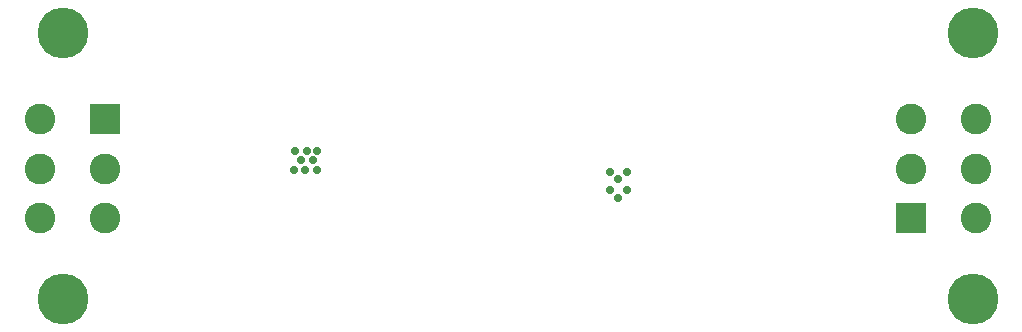
<source format=gbs>
G04*
G04 #@! TF.GenerationSoftware,Altium Limited,Altium Designer,19.1.6 (110)*
G04*
G04 Layer_Color=16711935*
%FSLAX43Y43*%
%MOMM*%
G71*
G01*
G75*
%ADD35C,2.600*%
%ADD36R,2.600X2.600*%
%ADD37C,4.300*%
%ADD64C,0.700*%
D35*
X54000Y65500D02*
D03*
Y61300D02*
D03*
X59500D02*
D03*
X54000Y69700D02*
D03*
X59500Y65500D02*
D03*
X133250D02*
D03*
Y69700D02*
D03*
X127750D02*
D03*
X133250Y61300D02*
D03*
X127750Y65500D02*
D03*
D36*
X59500Y69700D02*
D03*
X127750Y61300D02*
D03*
D37*
X133000Y77000D02*
D03*
Y54500D02*
D03*
X56000D02*
D03*
Y77000D02*
D03*
D64*
X75500Y65400D02*
D03*
X75600Y67000D02*
D03*
X76600D02*
D03*
X77500D02*
D03*
X76100Y66200D02*
D03*
X77100D02*
D03*
X76500Y65400D02*
D03*
X77500D02*
D03*
X103000Y64600D02*
D03*
X103700Y65200D02*
D03*
Y63700D02*
D03*
X103000Y63000D02*
D03*
X102300Y63700D02*
D03*
Y65200D02*
D03*
M02*

</source>
